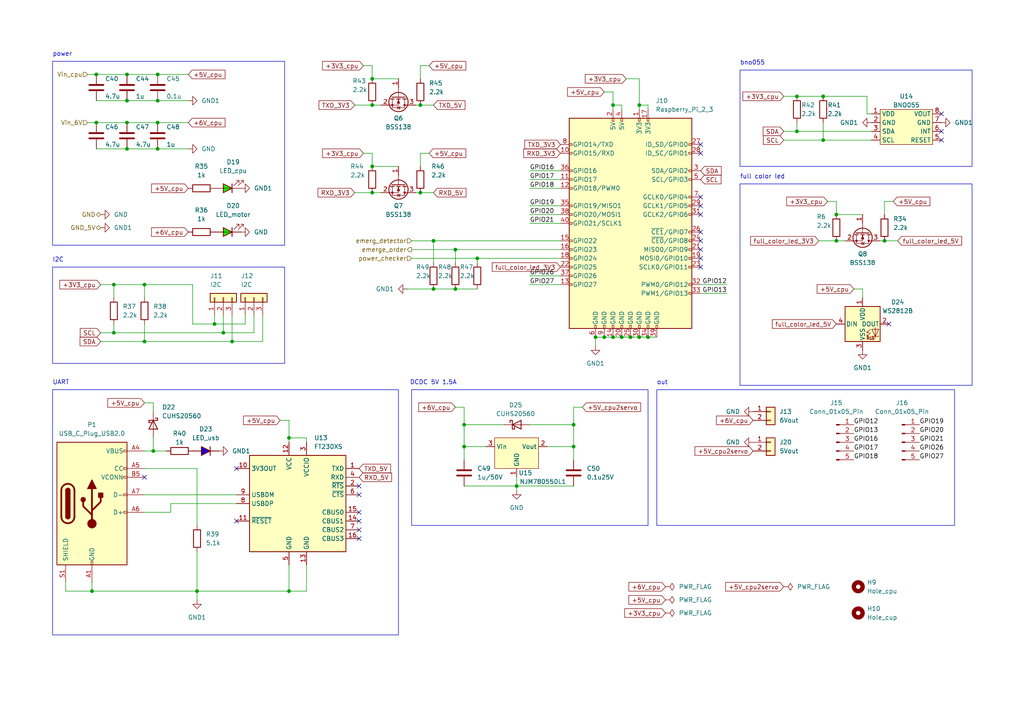
<source format=kicad_sch>
(kicad_sch (version 20230121) (generator eeschema)
  (paper "A4")
  (lib_symbols
    (symbol "Connector:Conn_01x05_Pin" (pin_names (offset 1.016) hide)
      (property "Reference" "J" (at 0 7.62 0))
      (property "Value" "Conn_01x05_Pin" (at 0 -7.62 0))
      (symbol "Conn_01x05_Pin_1_1"
        (pin passive line (at 5.08 5.08 180) (length 3.81) (name "Pin_1") (number "1"))
        (pin passive line (at 5.08 2.54 180) (length 3.81) (name "Pin_2") (number "2"))
        (pin passive line (at 5.08 0 180) (length 3.81) (name "Pin_3") (number "3"))
        (pin passive line (at 5.08 -2.54 180) (length 3.81) (name "Pin_4") (number "4"))
        (pin passive line (at 5.08 -5.08 180) (length 3.81) (name "Pin_5") (number "5"))
      )
    )
    (symbol "Connector:Raspberry_Pi_2_3" (pin_names (offset 1.016))
      (property "Reference" "J" (at -17.78 31.75 0))
      (property "Value" "Raspberry_Pi_2_3" (at 10.16 -31.75 0))
      (symbol "Raspberry_Pi_2_3_1_1"
        (pin power_in line (at 2.54 33.02 270) (length 2.54) (name "3V3") (number "1"))
        (pin bidirectional line (at -20.32 20.32 0) (length 2.54) (name "GPIO15/RXD") (number "10"))
        (pin bidirectional line (at -20.32 12.7 0) (length 2.54) (name "GPIO17") (number "11"))
        (pin bidirectional line (at -20.32 10.16 0) (length 2.54) (name "GPIO18/PWM0") (number "12"))
        (pin bidirectional line (at -20.32 -17.78 0) (length 2.54) (name "GPIO27") (number "13"))
        (pin power_in line (at -5.08 -33.02 90) (length 2.54) (name "GND") (number "14"))
        (pin bidirectional line (at -20.32 -5.08 0) (length 2.54) (name "GPIO22") (number "15"))
        (pin bidirectional line (at -20.32 -7.62 0) (length 2.54) (name "GPIO23") (number "16"))
        (pin power_in line (at 5.08 33.02 270) (length 2.54) (name "3V3") (number "17"))
        (pin bidirectional line (at -20.32 -10.16 0) (length 2.54) (name "GPIO24") (number "18"))
        (pin bidirectional line (at 20.32 -10.16 180) (length 2.54) (name "MOSI0/GPIO10") (number "19"))
        (pin power_in line (at -5.08 33.02 270) (length 2.54) (name "5V") (number "2"))
        (pin power_in line (at -2.54 -33.02 90) (length 2.54) (name "GND") (number "20"))
        (pin bidirectional line (at 20.32 -7.62 180) (length 2.54) (name "MISO0/GPIO9") (number "21"))
        (pin bidirectional line (at -20.32 -12.7 0) (length 2.54) (name "GPIO25") (number "22"))
        (pin bidirectional line (at 20.32 -12.7 180) (length 2.54) (name "SCLK0/GPIO11") (number "23"))
        (pin bidirectional line (at 20.32 -5.08 180) (length 2.54) (name "~{CE0}/GPIO8") (number "24"))
        (pin power_in line (at 0 -33.02 90) (length 2.54) (name "GND") (number "25"))
        (pin bidirectional line (at 20.32 -2.54 180) (length 2.54) (name "~{CE1}/GPIO7") (number "26"))
        (pin bidirectional line (at 20.32 22.86 180) (length 2.54) (name "ID_SD/GPIO0") (number "27"))
        (pin bidirectional line (at 20.32 20.32 180) (length 2.54) (name "ID_SC/GPIO1") (number "28"))
        (pin bidirectional line (at 20.32 5.08 180) (length 2.54) (name "GCLK1/GPIO5") (number "29"))
        (pin bidirectional line (at 20.32 15.24 180) (length 2.54) (name "SDA/GPIO2") (number "3"))
        (pin power_in line (at 2.54 -33.02 90) (length 2.54) (name "GND") (number "30"))
        (pin bidirectional line (at 20.32 2.54 180) (length 2.54) (name "GCLK2/GPIO6") (number "31"))
        (pin bidirectional line (at 20.32 -17.78 180) (length 2.54) (name "PWM0/GPIO12") (number "32"))
        (pin bidirectional line (at 20.32 -20.32 180) (length 2.54) (name "PWM1/GPIO13") (number "33"))
        (pin power_in line (at 5.08 -33.02 90) (length 2.54) (name "GND") (number "34"))
        (pin bidirectional line (at -20.32 5.08 0) (length 2.54) (name "GPIO19/MISO1") (number "35"))
        (pin bidirectional line (at -20.32 15.24 0) (length 2.54) (name "GPIO16") (number "36"))
        (pin bidirectional line (at -20.32 -15.24 0) (length 2.54) (name "GPIO26") (number "37"))
        (pin bidirectional line (at -20.32 2.54 0) (length 2.54) (name "GPIO20/MOSI1") (number "38"))
        (pin power_in line (at 7.62 -33.02 90) (length 2.54) (name "GND") (number "39"))
        (pin power_in line (at -2.54 33.02 270) (length 2.54) (name "5V") (number "4"))
        (pin bidirectional line (at -20.32 0 0) (length 2.54) (name "GPIO21/SCLK1") (number "40"))
        (pin bidirectional line (at 20.32 12.7 180) (length 2.54) (name "SCL/GPIO3") (number "5"))
        (pin power_in line (at -10.16 -33.02 90) (length 2.54) (name "GND") (number "6"))
        (pin bidirectional line (at 20.32 7.62 180) (length 2.54) (name "GCLK0/GPIO4") (number "7"))
        (pin bidirectional line (at -20.32 22.86 0) (length 2.54) (name "GPIO14/TXD") (number "8"))
        (pin power_in line (at -7.62 -33.02 90) (length 2.54) (name "GND") (number "9"))
      )
    )
    (symbol "Connector:USB_C_Plug_USB2.0" (pin_names (offset 1.016))
      (property "Reference" "P" (at -10.16 19.05 0))
      (property "Value" "USB_C_Plug_USB2.0" (at 12.7 19.05 0))
      (symbol "USB_C_Plug_USB2.0_1_1"
        (pin passive line (at 0 -22.86 90) (length 5.08) (name "GND") (number "A1"))
        (pin passive line (at 0 -22.86 90) (length 5.08) hide (name "GND") (number "A12"))
        (pin passive line (at 15.24 15.24 180) (length 5.08) (name "VBUS") (number "A4"))
        (pin bidirectional line (at 15.24 10.16 180) (length 5.08) (name "CC") (number "A5"))
        (pin bidirectional line (at 15.24 -2.54 180) (length 5.08) (name "D+") (number "A6"))
        (pin bidirectional line (at 15.24 2.54 180) (length 5.08) (name "D-") (number "A7"))
        (pin passive line (at 15.24 15.24 180) (length 5.08) hide (name "VBUS") (number "A9"))
        (pin passive line (at 0 -22.86 90) (length 5.08) hide (name "GND") (number "B1"))
        (pin passive line (at 0 -22.86 90) (length 5.08) hide (name "GND") (number "B12"))
        (pin passive line (at 15.24 15.24 180) (length 5.08) hide (name "VBUS") (number "B4"))
        (pin bidirectional line (at 15.24 7.62 180) (length 5.08) (name "VCONN") (number "B5"))
        (pin passive line (at 15.24 15.24 180) (length 5.08) hide (name "VBUS") (number "B9"))
        (pin passive line (at -7.62 -22.86 90) (length 5.08) (name "SHIELD") (number "S1"))
      )
    )
    (symbol "Connector_Generic:Conn_01x02" (pin_names (offset 1.016) hide)
      (property "Reference" "J" (at 0 2.54 0))
      (property "Value" "Conn_01x02" (at 0 -5.08 0))
      (symbol "Conn_01x02_1_1"
        (pin passive line (at -5.08 0 0) (length 3.81) (name "Pin_1") (number "1"))
        (pin passive line (at -5.08 -2.54 0) (length 3.81) (name "Pin_2") (number "2"))
      )
    )
    (symbol "Connector_Generic:Conn_01x03" (pin_names (offset 1.016) hide)
      (property "Reference" "J" (at 0 5.08 0))
      (property "Value" "Conn_01x03" (at 0 -5.08 0))
      (symbol "Conn_01x03_1_1"
        (pin passive line (at -5.08 2.54 0) (length 3.81) (name "Pin_1") (number "1"))
        (pin passive line (at -5.08 0 0) (length 3.81) (name "Pin_2") (number "2"))
        (pin passive line (at -5.08 -2.54 0) (length 3.81) (name "Pin_3") (number "3"))
      )
    )
    (symbol "Device:C" (pin_numbers hide) (pin_names (offset 0.254))
      (property "Reference" "C" (at 0.635 2.54 0))
      (property "Value" "C" (at 0.635 -2.54 0))
      (symbol "C_1_1"
        (pin passive line (at 0 3.81 270) (length 2.794) (name "~") (number "1"))
        (pin passive line (at 0 -3.81 90) (length 2.794) (name "~") (number "2"))
      )
    )
    (symbol "Device:D_Filled" (pin_numbers hide) (pin_names (offset 1.016) hide)
      (property "Reference" "D23" (at 0 -6.35 0))
      (property "Value" "D_usb" (at 0 -3.81 0))
      (symbol "D_Filled_1_1"
        (pin passive line (at -3.81 0 0) (length 2.54) (name "K") (number "1"))
        (pin passive line (at 3.81 0 180) (length 2.54) (name "A") (number "2"))
      )
    )
    (symbol "Device:D_Schottky" (pin_numbers hide) (pin_names (offset 1.016) hide)
      (property "Reference" "D" (at 0 2.54 0))
      (property "Value" "D_Schottky" (at 0 -2.54 0))
      (symbol "D_Schottky_1_1"
        (pin passive line (at -3.81 0 0) (length 2.54) (name "K") (number "1"))
        (pin passive line (at 3.81 0 180) (length 2.54) (name "A") (number "2"))
      )
    )
    (symbol "Device:LED_Filled" (pin_numbers hide) (pin_names (offset 1.016) hide)
      (property "Reference" "D19" (at -1.5875 -7.62 0))
      (property "Value" "LED_CPU" (at -1.5875 -5.08 0))
      (symbol "LED_Filled_1_1"
        (pin passive line (at -3.81 0 0) (length 2.54) (name "K") (number "1"))
        (pin passive line (at 3.81 0 180) (length 2.54) (name "A") (number "2"))
      )
    )
    (symbol "Device:R" (pin_numbers hide) (pin_names (offset 0))
      (property "Reference" "R" (at 2.032 0 90))
      (property "Value" "R" (at 0 0 90))
      (symbol "R_1_1"
        (pin passive line (at 0 3.81 270) (length 1.27) (name "~") (number "1"))
        (pin passive line (at 0 -3.81 90) (length 1.27) (name "~") (number "2"))
      )
    )
    (symbol "Interface_USB:FT230XS"
      (property "Reference" "U" (at -13.97 15.24 0))
      (property "Value" "FT230XS" (at 7.62 15.24 0))
      (symbol "FT230XS_1_1"
        (pin output line (at 17.78 10.16 180) (length 3.81) (name "TXD") (number "1"))
        (pin power_out line (at -17.78 10.16 0) (length 3.81) (name "3V3OUT") (number "10"))
        (pin input line (at -17.78 -5.08 0) (length 3.81) (name "~{RESET}") (number "11"))
        (pin power_in line (at -2.54 17.78 270) (length 3.81) (name "VCC") (number "12"))
        (pin power_in line (at 2.54 -17.78 90) (length 3.81) (name "GND") (number "13"))
        (pin bidirectional line (at 17.78 -5.08 180) (length 3.81) (name "CBUS1") (number "14"))
        (pin bidirectional line (at 17.78 -2.54 180) (length 3.81) (name "CBUS0") (number "15"))
        (pin bidirectional line (at 17.78 -10.16 180) (length 3.81) (name "CBUS3") (number "16"))
        (pin output line (at 17.78 5.08 180) (length 3.81) (name "~{RTS}") (number "2"))
        (pin power_in line (at 2.54 17.78 270) (length 3.81) (name "VCCIO") (number "3"))
        (pin input line (at 17.78 7.62 180) (length 3.81) (name "RXD") (number "4"))
        (pin power_in line (at -2.54 -17.78 90) (length 3.81) (name "GND") (number "5"))
        (pin input line (at 17.78 2.54 180) (length 3.81) (name "~{CTS}") (number "6"))
        (pin bidirectional line (at 17.78 -7.62 180) (length 3.81) (name "CBUS2") (number "7"))
        (pin bidirectional line (at -17.78 0 0) (length 3.81) (name "USBDP") (number "8"))
        (pin bidirectional line (at -17.78 2.54 0) (length 3.81) (name "USBDM") (number "9"))
      )
    )
    (symbol "LED:WS2812B" (pin_names (offset 0.254))
      (property "Reference" "D" (at 5.08 5.715 0))
      (property "Value" "WS2812B" (at 1.27 -5.715 0))
      (symbol "WS2812B_0_0"
        (text "RGB" (at 2.286 -4.191 0) (effects (font (size 0.762 0.762))))
      )
      (symbol "WS2812B_1_1"
        (pin power_in line (at 0 7.62 270) (length 2.54) (name "VDD") (number "1"))
        (pin output line (at 7.62 0 180) (length 2.54) (name "DOUT") (number "2"))
        (pin power_in line (at 0 -7.62 90) (length 2.54) (name "VSS") (number "3"))
        (pin input line (at -7.62 0 0) (length 2.54) (name "DIN") (number "4"))
      )
    )
    (symbol "Mechanical:MountingHole" (pin_names (offset 1.016))
      (property "Reference" "H" (at 0 5.08 0))
      (property "Value" "MountingHole" (at 0 3.175 0))
    )
    (symbol "Transistor_FET:BSS138" (pin_names hide)
      (property "Reference" "Q" (at 5.08 1.905 0))
      (property "Value" "BSS138" (at 5.08 0 0))
      (symbol "BSS138_1_1"
        (pin input line (at -5.08 0 0) (length 2.54) (name "G") (number "1"))
        (pin passive line (at 2.54 -5.08 90) (length 2.54) (name "S") (number "2"))
        (pin passive line (at 2.54 5.08 270) (length 2.54) (name "D") (number "3"))
      )
    )
    (symbol "mylib:BNO055"
      (property "Reference" "U" (at 0 7.62 0))
      (symbol "BNO055_1_1"
        (pin input line (at -10.16 3.81 0) (length 2.54) (name "VDD") (number "1"))
        (pin input line (at -10.16 1.27 0) (length 2.54) (name "GND") (number "2"))
        (pin input line (at -10.16 -1.27 0) (length 2.54) (name "SDA") (number "3"))
        (pin input line (at -10.16 -3.81 0) (length 2.54) (name "SCL") (number "4"))
        (pin input line (at 10.16 -3.81 180) (length 2.54) (name "RESET") (number "5"))
        (pin input line (at 10.16 -1.27 180) (length 2.54) (name "INT") (number "6"))
        (pin input line (at 10.16 1.27 180) (length 2.54) (name "GND") (number "7"))
        (pin input line (at 10.16 3.81 180) (length 2.54) (name "VOUT") (number "8"))
      )
    )
    (symbol "mylib:NJM7805SDL1"
      (property "Reference" "U" (at 0 6.35 0))
      (symbol "NJM7805SDL1_1_1"
        (pin passive line (at 0 -8.89 90) (length 2.54) (name "GND") (number "1"))
        (pin passive line (at 8.89 0 180) (length 2.54) (name "Vout") (number "2"))
        (pin passive line (at -8.89 0 0) (length 2.54) (name "Vin") (number "3"))
      )
    )
    (symbol "power:GND" (power) (pin_names (offset 0))
      (property "Value" "GND" (at 0 -3.81 0))
      (symbol "GND_1_1"
        (pin power_in line (at 0 0 270) (length 0) hide (name "GND") (number "1"))
      )
    )
    (symbol "power:GND1" (power) (pin_names (offset 0))
      (property "Value" "GND1" (at 0 -3.81 0))
      (symbol "GND1_1_1"
        (pin power_in line (at 0 0 270) (length 0) hide (name "GND1") (number "1"))
      )
    )
    (symbol "power:PWR_FLAG" (power) (pin_numbers hide) (pin_names (offset 0) hide)
      (property "Value" "PWR_FLAG" (at 0 3.81 0))
      (symbol "PWR_FLAG_0_0"
        (pin power_out line (at 0 0 90) (length 0) (name "pwr") (number "1"))
      )
    )
  )
  (junction (at 125.73 83.82))
  (junction (at 187.96 97.79))
  (junction (at 132.08 83.82))
  (junction (at 41.91 82.55))
  (junction (at 256.54 69.85))
  (junction (at 41.91 99.06))
  (junction (at 45.72 21.59))
  (junction (at 44.45 130.81))
  (junction (at 45.72 29.21))
  (junction (at 36.83 35.56))
  (junction (at 107.95 22.86))
  (junction (at 231.14 27.94))
  (junction (at 177.8 30.48))
  (junction (at 132.08 72.39))
  (junction (at 231.14 38.1))
  (junction (at 177.8 97.79))
  (junction (at 64.77 96.52))
  (junction (at 182.88 97.79))
  (junction (at 180.34 97.79))
  (junction (at 166.37 129.54))
  (junction (at 45.72 43.18))
  (junction (at 26.67 171.45))
  (junction (at 36.83 43.18))
  (junction (at 67.31 99.06))
  (junction (at 27.94 35.56))
  (junction (at 121.92 55.88))
  (junction (at 36.83 29.21))
  (junction (at 36.83 21.59))
  (junction (at 138.43 74.93))
  (junction (at 83.82 171.45))
  (junction (at 242.57 62.23))
  (junction (at 185.42 97.79))
  (junction (at 57.15 171.45))
  (junction (at 33.02 82.55))
  (junction (at 83.82 127))
  (junction (at 242.57 69.85))
  (junction (at 107.95 30.48))
  (junction (at 238.76 27.94))
  (junction (at 185.42 30.48))
  (junction (at 107.95 55.88))
  (junction (at 107.95 48.26))
  (junction (at 238.76 40.64))
  (junction (at 121.92 30.48))
  (junction (at 166.37 123.19))
  (junction (at 125.73 69.85))
  (junction (at 134.62 123.19))
  (junction (at 175.26 97.79))
  (junction (at 149.86 140.97))
  (junction (at 134.62 129.54))
  (junction (at 33.02 96.52))
  (junction (at 172.72 97.79))
  (junction (at 27.94 21.59))
  (junction (at 45.72 35.56))
  (junction (at 62.23 93.98))
  (no_connect (at 104.14 143.51))
  (no_connect (at 41.91 138.43))
  (no_connect (at 273.05 33.02))
  (no_connect (at 104.14 153.67))
  (no_connect (at 273.05 40.64))
  (no_connect (at 203.2 69.85))
  (no_connect (at 257.81 93.98))
  (no_connect (at 104.14 151.13))
  (no_connect (at 203.2 72.39))
  (no_connect (at 203.2 41.91))
  (no_connect (at 273.05 38.1))
  (no_connect (at 104.14 148.59))
  (no_connect (at 104.14 140.97))
  (no_connect (at 203.2 57.15))
  (no_connect (at 203.2 77.47))
  (no_connect (at 104.14 156.21))
  (no_connect (at 203.2 44.45))
  (no_connect (at 68.58 151.13))
  (no_connect (at 203.2 67.31))
  (no_connect (at 203.2 62.23))
  (no_connect (at 68.58 135.89))
  (no_connect (at 203.2 74.93))
  (no_connect (at 203.2 59.69))
  (wire (pts (xy 132.08 72.39) (xy 132.08 76.2)))
  (wire (pts (xy 231.14 35.56) (xy 231.14 38.1)))
  (wire (pts (xy 33.02 82.55) (xy 41.91 82.55)))
  (wire (pts (xy 256.54 58.42) (xy 256.54 62.23)))
  (wire (pts (xy 187.96 97.79) (xy 185.42 97.79)))
  (wire (pts (xy 44.45 127) (xy 44.45 130.81)))
  (wire (pts (xy 83.82 163.83) (xy 83.82 171.45)))
  (wire (pts (xy 120.65 55.88) (xy 121.92 55.88)))
  (wire (pts (xy 27.94 35.56) (xy 36.83 35.56)))
  (wire (pts (xy 185.42 30.48) (xy 185.42 31.75)))
  (wire (pts (xy 166.37 123.19) (xy 166.37 129.54)))
  (wire (pts (xy 180.34 31.75) (xy 180.34 30.48)))
  (wire (pts (xy 238.76 35.56) (xy 238.76 40.64)))
  (wire (pts (xy 105.41 19.05) (xy 107.95 19.05)))
  (wire (pts (xy 242.57 58.42) (xy 242.57 62.23)))
  (wire (pts (xy 172.72 97.79) (xy 175.26 97.79)))
  (wire (pts (xy 41.91 148.59) (xy 49.53 148.59)))
  (wire (pts (xy 107.95 44.45) (xy 107.95 48.26)))
  (wire (pts (xy 41.91 130.81) (xy 44.45 130.81)))
  (wire (pts (xy 36.83 21.59) (xy 45.72 21.59)))
  (wire (pts (xy 177.8 30.48) (xy 177.8 31.75)))
  (wire (pts (xy 36.83 35.56) (xy 45.72 35.56)))
  (wire (pts (xy 153.67 62.23) (xy 162.56 62.23)))
  (wire (pts (xy 134.62 118.11) (xy 134.62 123.19)))
  (wire (pts (xy 134.62 123.19) (xy 146.05 123.19)))
  (wire (pts (xy 27.94 29.21) (xy 36.83 29.21)))
  (wire (pts (xy 256.54 69.85) (xy 260.35 69.85)))
  (wire (pts (xy 29.21 96.52) (xy 33.02 96.52)))
  (wire (pts (xy 19.05 171.45) (xy 26.67 171.45)))
  (wire (pts (xy 45.72 21.59) (xy 54.61 21.59)))
  (wire (pts (xy 25.4 21.59) (xy 27.94 21.59)))
  (wire (pts (xy 33.02 96.52) (xy 64.77 96.52)))
  (wire (pts (xy 62.23 91.44) (xy 62.23 93.98)))
  (wire (pts (xy 44.45 116.84) (xy 44.45 119.38)))
  (wire (pts (xy 203.2 85.09) (xy 210.82 85.09)))
  (wire (pts (xy 251.46 27.94) (xy 251.46 33.02)))
  (wire (pts (xy 27.94 21.59) (xy 36.83 21.59)))
  (wire (pts (xy 41.91 143.51) (xy 68.58 143.51)))
  (wire (pts (xy 227.33 40.64) (xy 238.76 40.64)))
  (wire (pts (xy 57.15 171.45) (xy 57.15 173.99)))
  (wire (pts (xy 83.82 127) (xy 83.82 128.27)))
  (wire (pts (xy 88.9 127) (xy 83.82 127)))
  (wire (pts (xy 175.26 26.67) (xy 177.8 26.67)))
  (wire (pts (xy 25.4 35.56) (xy 27.94 35.56)))
  (wire (pts (xy 27.94 43.18) (xy 36.83 43.18)))
  (wire (pts (xy 138.43 74.93) (xy 162.56 74.93)))
  (wire (pts (xy 166.37 118.11) (xy 166.37 123.19)))
  (wire (pts (xy 44.45 130.81) (xy 48.26 130.81)))
  (wire (pts (xy 73.66 96.52) (xy 73.66 91.44)))
  (wire (pts (xy 134.62 140.97) (xy 149.86 140.97)))
  (wire (pts (xy 45.72 35.56) (xy 54.61 35.56)))
  (wire (pts (xy 102.87 55.88) (xy 107.95 55.88)))
  (wire (pts (xy 88.9 171.45) (xy 83.82 171.45)))
  (wire (pts (xy 88.9 128.27) (xy 88.9 127)))
  (wire (pts (xy 134.62 129.54) (xy 134.62 133.35)))
  (wire (pts (xy 57.15 135.89) (xy 57.15 152.4)))
  (wire (pts (xy 64.77 91.44) (xy 64.77 96.52)))
  (wire (pts (xy 240.03 58.42) (xy 242.57 58.42)))
  (wire (pts (xy 134.62 123.19) (xy 134.62 129.54)))
  (wire (pts (xy 121.92 44.45) (xy 124.46 44.45)))
  (wire (pts (xy 125.73 69.85) (xy 125.73 76.2)))
  (wire (pts (xy 187.96 30.48) (xy 185.42 30.48)))
  (wire (pts (xy 166.37 129.54) (xy 166.37 133.35)))
  (wire (pts (xy 67.31 99.06) (xy 76.2 99.06)))
  (wire (pts (xy 105.41 44.45) (xy 107.95 44.45)))
  (wire (pts (xy 45.72 43.18) (xy 54.61 43.18)))
  (wire (pts (xy 33.02 93.98) (xy 33.02 96.52)))
  (wire (pts (xy 256.54 58.42) (xy 259.08 58.42)))
  (wire (pts (xy 153.67 80.01) (xy 162.56 80.01)))
  (wire (pts (xy 172.72 97.79) (xy 172.72 100.33)))
  (wire (pts (xy 83.82 121.92) (xy 81.28 121.92)))
  (wire (pts (xy 238.76 27.94) (xy 251.46 27.94)))
  (wire (pts (xy 182.88 97.79) (xy 180.34 97.79)))
  (wire (pts (xy 119.38 69.85) (xy 125.73 69.85)))
  (wire (pts (xy 153.67 59.69) (xy 162.56 59.69)))
  (wire (pts (xy 227.33 38.1) (xy 231.14 38.1)))
  (wire (pts (xy 185.42 22.86) (xy 185.42 30.48)))
  (wire (pts (xy 49.53 148.59) (xy 49.53 146.05)))
  (wire (pts (xy 71.12 93.98) (xy 71.12 91.44)))
  (wire (pts (xy 107.95 48.26) (xy 115.57 48.26)))
  (wire (pts (xy 67.31 91.44) (xy 67.31 99.06)))
  (wire (pts (xy 153.67 82.55) (xy 162.56 82.55)))
  (wire (pts (xy 185.42 97.79) (xy 182.88 97.79)))
  (wire (pts (xy 26.67 171.45) (xy 57.15 171.45)))
  (wire (pts (xy 121.92 19.05) (xy 124.46 19.05)))
  (wire (pts (xy 138.43 74.93) (xy 138.43 76.2)))
  (wire (pts (xy 153.67 123.19) (xy 166.37 123.19)))
  (wire (pts (xy 19.05 168.91) (xy 19.05 171.45)))
  (wire (pts (xy 250.19 83.82) (xy 250.19 86.36)))
  (wire (pts (xy 62.23 93.98) (xy 71.12 93.98)))
  (wire (pts (xy 166.37 118.11) (xy 168.91 118.11)))
  (wire (pts (xy 121.92 44.45) (xy 121.92 48.26)))
  (wire (pts (xy 26.67 168.91) (xy 26.67 171.45)))
  (wire (pts (xy 125.73 83.82) (xy 132.08 83.82)))
  (wire (pts (xy 29.21 82.55) (xy 33.02 82.55)))
  (wire (pts (xy 242.57 62.23) (xy 250.19 62.23)))
  (wire (pts (xy 49.53 146.05) (xy 68.58 146.05)))
  (wire (pts (xy 118.11 83.82) (xy 125.73 83.82)))
  (wire (pts (xy 180.34 30.48) (xy 177.8 30.48)))
  (wire (pts (xy 153.67 52.07) (xy 162.56 52.07)))
  (wire (pts (xy 107.95 19.05) (xy 107.95 22.86)))
  (wire (pts (xy 107.95 55.88) (xy 110.49 55.88)))
  (wire (pts (xy 132.08 72.39) (xy 162.56 72.39)))
  (wire (pts (xy 231.14 38.1) (xy 252.73 38.1)))
  (wire (pts (xy 134.62 129.54) (xy 140.97 129.54)))
  (wire (pts (xy 149.86 140.97) (xy 166.37 140.97)))
  (wire (pts (xy 55.88 93.98) (xy 62.23 93.98)))
  (wire (pts (xy 88.9 163.83) (xy 88.9 171.45)))
  (wire (pts (xy 121.92 19.05) (xy 121.92 22.86)))
  (wire (pts (xy 64.77 96.52) (xy 73.66 96.52)))
  (wire (pts (xy 33.02 82.55) (xy 33.02 86.36)))
  (wire (pts (xy 83.82 171.45) (xy 57.15 171.45)))
  (wire (pts (xy 121.92 30.48) (xy 125.73 30.48)))
  (wire (pts (xy 132.08 83.82) (xy 138.43 83.82)))
  (wire (pts (xy 41.91 135.89) (xy 57.15 135.89)))
  (wire (pts (xy 177.8 97.79) (xy 175.26 97.79)))
  (wire (pts (xy 36.83 43.18) (xy 45.72 43.18)))
  (wire (pts (xy 242.57 69.85) (xy 245.11 69.85)))
  (wire (pts (xy 55.88 82.55) (xy 55.88 93.98)))
  (wire (pts (xy 190.5 97.79) (xy 187.96 97.79)))
  (wire (pts (xy 238.76 40.64) (xy 252.73 40.64)))
  (wire (pts (xy 41.91 99.06) (xy 67.31 99.06)))
  (wire (pts (xy 180.34 97.79) (xy 177.8 97.79)))
  (wire (pts (xy 125.73 69.85) (xy 162.56 69.85)))
  (wire (pts (xy 41.91 116.84) (xy 44.45 116.84)))
  (wire (pts (xy 227.33 27.94) (xy 231.14 27.94)))
  (wire (pts (xy 177.8 26.67) (xy 177.8 30.48)))
  (wire (pts (xy 149.86 138.43) (xy 149.86 140.97)))
  (wire (pts (xy 120.65 30.48) (xy 121.92 30.48)))
  (wire (pts (xy 132.08 118.11) (xy 134.62 118.11)))
  (wire (pts (xy 57.15 160.02) (xy 57.15 171.45)))
  (wire (pts (xy 102.87 30.48) (xy 107.95 30.48)))
  (wire (pts (xy 41.91 93.98) (xy 41.91 99.06)))
  (wire (pts (xy 149.86 140.97) (xy 149.86 142.24)))
  (wire (pts (xy 153.67 54.61) (xy 162.56 54.61)))
  (wire (pts (xy 185.42 22.86) (xy 181.61 22.86)))
  (wire (pts (xy 203.2 82.55) (xy 210.82 82.55)))
  (wire (pts (xy 107.95 22.86) (xy 115.57 22.86)))
  (wire (pts (xy 119.38 72.39) (xy 132.08 72.39)))
  (wire (pts (xy 76.2 99.06) (xy 76.2 91.44)))
  (wire (pts (xy 36.83 29.21) (xy 45.72 29.21)))
  (wire (pts (xy 107.95 30.48) (xy 110.49 30.48)))
  (wire (pts (xy 158.75 129.54) (xy 166.37 129.54)))
  (wire (pts (xy 83.82 121.92) (xy 83.82 127)))
  (wire (pts (xy 119.38 74.93) (xy 138.43 74.93)))
  (wire (pts (xy 121.92 55.88) (xy 125.73 55.88)))
  (wire (pts (xy 231.14 27.94) (xy 238.76 27.94)))
  (wire (pts (xy 41.91 82.55) (xy 41.91 86.36)))
  (wire (pts (xy 29.21 99.06) (xy 41.91 99.06)))
  (wire (pts (xy 45.72 29.21) (xy 54.61 29.21)))
  (wire (pts (xy 247.65 83.82) (xy 250.19 83.82)))
  (wire (pts (xy 255.27 69.85) (xy 256.54 69.85)))
  (wire (pts (xy 251.46 33.02) (xy 252.73 33.02)))
  (wire (pts (xy 187.96 31.75) (xy 187.96 30.48)))
  (wire (pts (xy 41.91 82.55) (xy 55.88 82.55)))
  (wire (pts (xy 153.67 64.77) (xy 162.56 64.77)))
  (wire (pts (xy 153.67 49.53) (xy 162.56 49.53)))
  (wire (pts (xy 237.49 69.85) (xy 242.57 69.85)))
  (rectangle (start 214.63 20.32) (end 281.94 48.26))
  (rectangle (start 15.24 17.78) (end 82.55 71.12))
  (rectangle (start 214.63 53.34) (end 281.94 111.76))
  (rectangle (start 15.24 113.03) (end 115.57 184.15))
  (rectangle (start 190.5 113.03) (end 276.86 152.4))
  (rectangle (start 15.24 77.47) (end 82.55 105.41))
  (rectangle (start 119.38 113.03) (end 187.96 152.4))
  (text "bno055\n" (at 214.63 19.05 0) (effects (font (size 1.27 1.27)) (justify left bottom)))
  (text "UART" (at 15.24 111.76 0) (effects (font (size 1.27 1.27)) (justify left bottom)))
  (text "power" (at 15.24 16.51 0) (effects (font (size 1.27 1.27)) (justify left bottom)))
  (text "DCDC 5V 1.5A" (at 118.872 111.76 0) (effects (font (size 1.27 1.27)) (justify left bottom)))
  (text "out\n" (at 190.5 111.76 0) (effects (font (size 1.27 1.27)) (justify left bottom)))
  (text "full color led\n" (at 214.63 52.07 0) (effects (font (size 1.27 1.27)) (justify left bottom)))
  (text "I2C\n" (at 15.24 76.2 0) (effects (font (size 1.27 1.27)) (justify left bottom)))
  (label "GPIO17" (at 247.65 130.81 0))
  (label "GPIO13" (at 247.65 125.73 0))
  (label "GPIO18" (at 153.67 54.61 0))
  (label "GPIO20" (at 266.7 125.73 0))
  (label "GPIO12" (at 210.82 82.55 180))
  (label "GPIO21" (at 266.7 128.27 0))
  (label "GPIO21" (at 153.67 64.77 0))
  (label "GPIO12" (at 247.65 123.19 0))
  (label "GPIO18" (at 247.65 133.35 0))
  (label "GPIO19" (at 153.67 59.69 0))
  (label "GPIO16" (at 247.65 128.27 0))
  (label "GPIO20" (at 153.67 62.23 0))
  (label "GPIO17" (at 153.67 52.07 0))
  (label "GPIO27" (at 266.7 133.35 0))
  (label "GPIO26" (at 153.67 80.01 0))
  (label "GPIO26" (at 266.7 130.81 0))
  (label "GPIO19" (at 266.7 123.19 0))
  (label "GPIO16" (at 153.67 49.53 0))
  (label "GPIO13" (at 210.82 85.09 180))
  (label "GPIO27" (at 153.67 82.55 0))
  (global_label "+3V3_cpu" (shape input) (at 193.04 177.8 180) (property "Intersheetrefs" "${INTERSHEET_REFS}" (effects hide)))
  (global_label "+5V_cpu" (shape input) (at 124.46 44.45 0) (property "Intersheetrefs" "${INTERSHEET_REFS}" (effects hide)))
  (global_label "RXD_5V" (shape input) (at 104.14 138.43 0) (property "Intersheetrefs" "${INTERSHEET_REFS}" (effects hide)))
  (global_label "+5V_cpu" (shape input) (at 54.61 21.59 0) (property "Intersheetrefs" "${INTERSHEET_REFS}" (effects hide)))
  (global_label "+5V_cpu" (shape input) (at 81.28 121.92 180) (property "Intersheetrefs" "${INTERSHEET_REFS}" (effects hide)))
  (global_label "TXD_5V" (shape input) (at 104.14 135.89 0) (property "Intersheetrefs" "${INTERSHEET_REFS}" (effects hide)))
  (global_label "+3V3_cpu" (shape input) (at 240.03 58.42 180) (property "Intersheetrefs" "${INTERSHEET_REFS}" (effects hide)))
  (global_label "+5V_cpu" (shape input) (at 259.08 58.42 0) (property "Intersheetrefs" "${INTERSHEET_REFS}" (effects hide)))
  (global_label "+3V3_cpu" (shape input) (at 181.61 22.86 180) (property "Intersheetrefs" "${INTERSHEET_REFS}" (effects hide)))
  (global_label "TXD_3V3" (shape input) (at 162.56 41.91 180) (property "Intersheetrefs" "${INTERSHEET_REFS}" (effects hide)))
  (global_label "SCL" (shape input) (at 203.2 52.07 0) (property "Intersheetrefs" "${INTERSHEET_REFS}" (effects hide)))
  (global_label "TXD_3V3" (shape input) (at 102.87 30.48 180) (property "Intersheetrefs" "${INTERSHEET_REFS}" (effects hide)))
  (global_label "full_color_led_5V" (shape input) (at 260.35 69.85 0) (property "Intersheetrefs" "${INTERSHEET_REFS}" (effects hide)))
  (global_label "+6V_cpu" (shape input) (at 54.61 35.56 0) (property "Intersheetrefs" "${INTERSHEET_REFS}" (effects hide)))
  (global_label "SCL" (shape input) (at 227.33 40.64 180) (property "Intersheetrefs" "${INTERSHEET_REFS}" (effects hide)))
  (global_label "+6V_cpu" (shape input) (at 218.44 121.92 180) (property "Intersheetrefs" "${INTERSHEET_REFS}" (effects hide)))
  (global_label "+3V3_cpu" (shape input) (at 105.41 19.05 180) (property "Intersheetrefs" "${INTERSHEET_REFS}" (effects hide)))
  (global_label "+5V_cpu" (shape input) (at 247.65 83.82 180) (property "Intersheetrefs" "${INTERSHEET_REFS}" (effects hide)))
  (global_label "+6V_cpu" (shape input) (at 132.08 118.11 180) (property "Intersheetrefs" "${INTERSHEET_REFS}" (effects hide)))
  (global_label "+3V3_cpu" (shape input) (at 227.33 27.94 180) (property "Intersheetrefs" "${INTERSHEET_REFS}" (effects hide)))
  (global_label "+6V_cpu" (shape input) (at 54.61 67.31 180) (property "Intersheetrefs" "${INTERSHEET_REFS}" (effects hide)))
  (global_label "+5V_cpu2servo" (shape input) (at 227.33 170.18 180) (property "Intersheetrefs" "${INTERSHEET_REFS}" (effects hide)))
  (global_label "TXD_5V" (shape input) (at 125.73 30.48 0) (property "Intersheetrefs" "${INTERSHEET_REFS}" (effects hide)))
  (global_label "full_color_led_3V3" (shape input) (at 237.49 69.85 180) (property "Intersheetrefs" "${INTERSHEET_REFS}" (effects hide)))
  (global_label "SCL" (shape input) (at 29.21 96.52 180) (property "Intersheetrefs" "${INTERSHEET_REFS}" (effects hide)))
  (global_label "+6V_cpu" (shape input) (at 193.04 170.18 180) (property "Intersheetrefs" "${INTERSHEET_REFS}" (effects hide)))
  (global_label "SDA" (shape input) (at 227.33 38.1 180) (property "Intersheetrefs" "${INTERSHEET_REFS}" (effects hide)))
  (global_label "RXD_3V3" (shape input) (at 102.87 55.88 180) (property "Intersheetrefs" "${INTERSHEET_REFS}" (effects hide)))
  (global_label "+5V_cpu" (shape input) (at 124.46 19.05 0) (property "Intersheetrefs" "${INTERSHEET_REFS}" (effects hide)))
  (global_label "full_color_led_5V" (shape input) (at 242.57 93.98 180) (property "Intersheetrefs" "${INTERSHEET_REFS}" (effects hide)))
  (global_label "RXD_5V" (shape input) (at 125.73 55.88 0) (property "Intersheetrefs" "${INTERSHEET_REFS}" (effects hide)))
  (global_label "full_color_led_3V3" (shape input) (at 162.56 77.47 180) (property "Intersheetrefs" "${INTERSHEET_REFS}" (effects hide)))
  (global_label "+3V3_cpu" (shape input) (at 29.21 82.55 180) (property "Intersheetrefs" "${INTERSHEET_REFS}" (effects hide)))
  (global_label "+3V3_cpu" (shape input) (at 105.41 44.45 180) (property "Intersheetrefs" "${INTERSHEET_REFS}" (effects hide)))
  (global_label "SDA" (shape input) (at 29.21 99.06 180) (property "Intersheetrefs" "${INTERSHEET_REFS}" (effects hide)))
  (global_label "+5V_cpu" (shape input) (at 175.26 26.67 180) (property "Intersheetrefs" "${INTERSHEET_REFS}" (effects hide)))
  (global_label "SDA" (shape input) (at 203.2 49.53 0) (property "Intersheetrefs" "${INTERSHEET_REFS}" (effects hide)))
  (global_label "+5V_cpu" (shape input) (at 54.61 54.61 180) (property "Intersheetrefs" "${INTERSHEET_REFS}" (effects hide)))
  (global_label "+5V_cpu2servo" (shape input) (at 218.44 130.81 180) (property "Intersheetrefs" "${INTERSHEET_REFS}" (effects hide)))
  (global_label "+5V_cpu" (shape input) (at 193.04 173.99 180) (property "Intersheetrefs" "${INTERSHEET_REFS}" (effects hide)))
  (global_label "RXD_3V3" (shape input) (at 162.56 44.45 180) (property "Intersheetrefs" "${INTERSHEET_REFS}" (effects hide)))
  (global_label "+5V_cpu2servo" (shape input) (at 168.91 118.11 0) (property "Intersheetrefs" "${INTERSHEET_REFS}" (effects hide)))
  (global_label "+5V_cpu" (shape input) (at 41.91 116.84 180) (property "Intersheetrefs" "${INTERSHEET_REFS}" (effects hide)))
  (hierarchical_label "emerge_order" (shape output) (at 119.38 72.39 180))
  (hierarchical_label "Vin_6V" (shape input) (at 25.4 35.56 180))
  (hierarchical_label "emerg_detector" (shape input) (at 119.38 69.85 180))
  (hierarchical_label "GND_5V" (shape bidirectional) (at 29.21 66.04 180))
  (hierarchical_label "Vin_cpu" (shape input) (at 25.4 21.59 180))
  (hierarchical_label "GND" (shape bidirectional) (at 29.21 62.23 180))
  (hierarchical_label "power_checker" (shape input) (at 119.38 74.93 180))
  (symbol (lib_id "Device:R") (at 256.54 66.04 0) (unit 1)
    (property "Reference" "R34" (at 259.08 63.5 0) (effects (justify left)))
    (property "Value" "2.2k" (at 259.08 66.04 0) (effects (justify left)))
    (property "Footprint" "Resistor_SMD:R_0603_1608Metric_Pad0.98x0.95mm_HandSolder" (effects hide))
  )
  (symbol (lib_id "Device:R") (at 231.14 31.75 0) (unit 1)
    (property "Reference" "R42" (at 232.41 30.48 0) (effects (justify left)))
    (property "Value" "2.2k" (at 232.41 33.02 0) (effects (justify left)))
    (property "Footprint" "Resistor_SMD:R_0603_1608Metric_Pad0.98x0.95mm_HandSolder" (effects hide))
  )
  (symbol (lib_id "Device:R") (at 52.07 130.81 90) (unit 1)
    (property "Reference" "R40" (at 52.07 125.73 90))
    (property "Value" "1k" (at 52.07 128.27 90))
    (property "Footprint" "Resistor_SMD:R_0603_1608Metric_Pad0.98x0.95mm_HandSolder" (effects hide))
  )
  (symbol (lib_id "power:GND1") (at 57.15 173.99 0) (unit 1)
    (property "Reference" "#PWR020" (effects hide))
    (property "Value" "GND1" (at 57.15 179.07 0))
  )
  (symbol (lib_id "power:GND1") (at 250.19 101.6 0) (unit 1)
    (property "Reference" "#PWR025" (effects hide))
    (property "Value" "GND1" (at 250.19 106.68 0))
  )
  (symbol (lib_id "power:GND") (at 149.86 142.24 0) (unit 1)
    (property "Reference" "#PWR097" (effects hide))
    (property "Value" "GND" (at 149.86 147.2692 0))
  )
  (symbol (lib_id "power:GND1") (at 69.85 54.61 90) (unit 1)
    (property "Reference" "#PWR017" (effects hide))
    (property "Value" "GND1" (at 73.66 54.61 90) (effects (justify right)))
  )
  (symbol (lib_id "Device:C") (at 166.37 137.16 0) (unit 1)
    (property "Reference" "C50" (at 170.18 135.89 0) (effects (justify left)))
    (property "Value" "0.1u25V" (at 170.18 138.43 0) (effects (justify left)))
    (property "Footprint" "Capacitor_SMD:C_0603_1608Metric_Pad1.08x0.95mm_HandSolder" (effects hide))
  )
  (symbol (lib_id "Connector:Raspberry_Pi_2_3") (at 182.88 64.77 0) (unit 1)
    (property "Reference" "J10" (at 190.1541 29.21 0) (effects (justify left)))
    (property "Value" "Raspberry_Pi_2_3" (at 190.1541 31.75 0) (effects (justify left)))
    (property "Footprint" "cpu:raspberrypi_Zero_W_Vertical" (effects hide))
    (property "Datasheet" "https://www.raspberrypi.org/documentation/hardware/raspberrypi/schematics/rpi_SCH_3bplus_1p0_reduced.pdf" (effects hide))
  )
  (symbol (lib_id "Device:R") (at 57.15 156.21 180) (unit 1)
    (property "Reference" "R39" (at 59.69 154.94 0) (effects (justify right)))
    (property "Value" "5.1k" (at 59.69 157.48 0) (effects (justify right)))
    (property "Footprint" "Resistor_SMD:R_0603_1608Metric_Pad0.98x0.95mm_HandSolder" (effects hide))
  )
  (symbol (lib_id "Device:R") (at 107.95 52.07 0) (unit 1)
    (property "Reference" "R44" (at 101.6 48.26 0) (effects (justify left)))
    (property "Value" "2.2k" (at 101.6 50.8 0) (effects (justify left)))
    (property "Footprint" "Resistor_SMD:R_0603_1608Metric_Pad0.98x0.95mm_HandSolder" (effects hide))
  )
  (symbol (lib_id "power:GND") (at 69.85 67.31 90) (unit 1)
    (property "Reference" "#PWR079" (effects hide))
    (property "Value" "GND" (at 73.66 67.31 90) (effects (justify right)))
  )
  (symbol (lib_id "Device:D_Schottky") (at 149.86 123.19 0) (unit 1)
    (property "Reference" "D25" (at 149.5425 117.475 0))
    (property "Value" "CUHS20560" (at 149.5425 120.015 0))
    (property "Footprint" "Diode:Diode_US2H" (effects hide))
  )
  (symbol (lib_id "mylib:NJM7805SDL1") (at 149.86 129.54 0) (unit 1)
    (property "Reference" "U15" (at 152.4 137.16 0))
    (property "Value" "NJM78055DL1" (at 157.48 139.7 0))
    (property "Footprint" "Package_TO_SOT_SMD:TO-252-2" (effects hide))
  )
  (symbol (lib_id "Device:C") (at 36.83 39.37 0) (unit 1)
    (property "Reference" "C47" (at 39.37 36.83 0) (effects (justify left)))
    (property "Value" "4.7u" (at 39.37 41.91 0) (effects (justify left)))
    (property "Footprint" "Capacitor_SMD:C_0603_1608Metric_Pad1.08x0.95mm_HandSolder" (effects hide))
  )
  (symbol (lib_id "Device:R") (at 121.92 26.67 0) (unit 1)
    (property "Reference" "R45" (at 124.46 24.13 0) (effects (justify left)))
    (property "Value" "2.2k" (at 124.46 26.67 0) (effects (justify left)))
    (property "Footprint" "Resistor_SMD:R_0603_1608Metric_Pad0.98x0.95mm_HandSolder" (effects hide))
  )
  (symbol (lib_id "power:GND1") (at 252.73 35.56 270) (unit 1)
    (property "Reference" "#PWR04" (effects hide))
    (property "Value" "GND1" (at 248.92 35.56 90) (effects (justify right)))
  )
  (symbol (lib_id "power:GND1") (at 63.5 130.81 90) (unit 1)
    (property "Reference" "#PWR015" (effects hide))
    (property "Value" "GND1" (at 67.31 130.81 90) (effects (justify right)))
  )
  (symbol (lib_id "power:PWR_FLAG") (at 227.33 170.18 270) (unit 1)
    (property "Reference" "#FLG014" (effects hide))
    (property "Value" "PWR_FLAG" (at 231.14 170.18 90) (effects (justify left)))
  )
  (symbol (lib_id "Device:C") (at 45.72 39.37 0) (unit 1)
    (property "Reference" "C48" (at 48.26 36.83 0) (effects (justify left)))
    (property "Value" "1u" (at 48.26 41.91 0) (effects (justify left)))
    (property "Footprint" "Capacitor_SMD:C_0805_2012Metric_Pad1.18x1.45mm_HandSolder" (effects hide))
  )
  (symbol (lib_id "Connector_Generic:Conn_01x02") (at 223.52 128.27 0) (unit 1)
    (property "Reference" "J20" (at 226.06 128.27 0) (effects (justify left)))
    (property "Value" "5Vout" (at 226.06 130.81 0) (effects (justify left)))
    (property "Footprint" "Conn:power_pad" (effects hide))
  )
  (symbol (lib_id "Interface_USB:FT230XS") (at 86.36 146.05 0) (unit 1)
    (property "Reference" "U13" (at 91.0941 127 0) (effects (justify left)))
    (property "Value" "FT230XS" (at 91.0941 129.54 0) (effects (justify left)))
    (property "Footprint" "Package_SO:SSOP-16_3.9x4.9mm_P0.635mm" (effects hide))
    (property "Datasheet" "https://www.ftdichip.com/Support/Documents/DataSheets/ICs/DS_FT230X.pdf" (effects hide))
  )
  (symbol (lib_id "Transistor_FET:BSS138") (at 115.57 27.94 270) (unit 1)
    (property "Reference" "Q6" (at 115.57 34.29 90))
    (property "Value" "BSS138" (at 115.57 36.83 90))
    (property "Footprint" "Package_TO_SOT_SMD:SOT-23" (effects hide))
    (property "Datasheet" "https://www.onsemi.com/pub/Collateral/BSS138-D.PDF" (effects hide))
  )
  (symbol (lib_id "LED:WS2812B") (at 250.19 93.98 0) (unit 1)
    (property "Reference" "D24" (at 260.35 87.63 0))
    (property "Value" "WS2812B" (at 260.35 90.17 0))
    (property "Footprint" "LED_SMD:LED_WS2812B_PLCC4_5.0x5.0mm_P3.2mm" (effects hide))
    (property "Datasheet" "https://cdn-shop.adafruit.com/datasheets/WS2812B.pdf" (effects hide))
  )
  (symbol (lib_id "power:GND") (at 218.44 128.27 270) (unit 1)
    (property "Reference" "#PWR02" (effects hide))
    (property "Value" "GND" (at 214.63 128.27 90) (effects (justify right)))
  )
  (symbol (lib_id "Mechanical:MountingHole") (at 248.92 170.18 0) (unit 1)
    (property "Reference" "H9" (at 251.46 168.91 0) (effects (justify left)))
    (property "Value" "Hole_cpu" (at 251.46 171.45 0) (effects (justify left)))
    (property "Footprint" "MountingHole:MountingHole_3.2mm_M3" (effects hide))
  )
  (symbol (lib_id "Device:R") (at 58.42 67.31 90) (unit 1)
    (property "Reference" "R36" (at 58.42 60.96 90))
    (property "Value" "1k" (at 58.42 63.5 90))
    (property "Footprint" "Resistor_SMD:R_0603_1608Metric_Pad0.98x0.95mm_HandSolder" (effects hide))
  )
  (symbol (lib_id "Connector_Generic:Conn_01x03") (at 64.77 86.36 90) (unit 1)
    (property "Reference" "J11" (at 60.96 80.01 90) (effects (justify right)))
    (property "Value" "I2C" (at 60.96 82.55 90) (effects (justify right)))
    (property "Footprint" "Connector_JST:JST_XH_B3B-XH-A_1x03_P2.50mm_Vertical" (effects hide))
  )
  (symbol (lib_id "Transistor_FET:BSS138") (at 250.19 67.31 270) (unit 1)
    (property "Reference" "Q8" (at 250.19 73.66 90))
    (property "Value" "BSS138" (at 250.19 76.2 90))
    (property "Footprint" "Package_TO_SOT_SMD:SOT-23" (effects hide))
    (property "Datasheet" "https://www.onsemi.com/pub/Collateral/BSS138-D.PDF" (effects hide))
  )
  (symbol (lib_id "power:PWR_FLAG") (at 193.04 173.99 270) (unit 1)
    (property "Reference" "#FLG09" (effects hide))
    (property "Value" "PWR_FLAG" (at 196.85 173.99 90) (effects (justify left)))
  )
  (symbol (lib_id "mylib:BNO055") (at 262.89 36.83 0) (unit 1)
    (property "Reference" "U14" (at 262.89 27.94 0))
    (property "Value" "BNO055" (at 262.89 30.48 0))
    (property "Footprint" "IMU:BNO055" (effects hide))
  )
  (symbol (lib_id "Device:R") (at 58.42 54.61 90) (unit 1)
    (property "Reference" "R35" (at 58.42 48.26 90))
    (property "Value" "1k" (at 58.42 50.8 90))
    (property "Footprint" "Resistor_SMD:R_0603_1608Metric_Pad0.98x0.95mm_HandSolder" (effects hide))
  )
  (symbol (lib_id "Connector_Generic:Conn_01x02") (at 223.52 119.38 0) (unit 1)
    (property "Reference" "J13" (at 226.06 119.38 0) (effects (justify left)))
    (property "Value" "6Vout" (at 226.06 121.92 0) (effects (justify left)))
    (property "Footprint" "Conn:power_pad" (effects hide))
  )
  (symbol (lib_id "Device:LED_Filled") (at 66.04 54.61 180) (unit 1)
    (property "Reference" "D19" (at 67.6275 46.99 0))
    (property "Value" "LED_cpu" (at 67.6275 49.53 0))
    (property "Footprint" "LED_SMD:LED_0603_1608Metric_Pad1.05x0.95mm_HandSolder" (effects hide))
  )
  (symbol (lib_id "Device:D_Filled") (at 59.69 130.81 180) (unit 1)
    (property "Reference" "D23" (at 59.69 124.46 0))
    (property "Value" "LED_usb" (at 59.69 127 0))
    (property "Footprint" "LED_SMD:LED_0603_1608Metric_Pad1.05x0.95mm_HandSolder" (effects hide))
    (property "Sim.Device" "D" (effects hide))
    (property "Sim.Pins" "1=K 2=A" (effects hide))
  )
  (symbol (lib_id "Device:C") (at 27.94 39.37 0) (unit 1)
    (property "Reference" "C46" (at 30.48 36.83 0) (effects (justify left)))
    (property "Value" "4.7u" (at 30.48 41.91 0) (effects (justify left)))
    (property "Footprint" "Capacitor_SMD:C_0603_1608Metric_Pad1.08x0.95mm_HandSolder" (effects hide))
  )
  (symbol (lib_id "Device:C") (at 36.83 25.4 0) (unit 1)
    (property "Reference" "C44" (at 39.37 22.86 0) (effects (justify left)))
    (property "Value" "1u" (at 39.37 27.94 0) (effects (justify left)))
    (property "Footprint" "Capacitor_SMD:C_0805_2012Metric_Pad1.18x1.45mm_HandSolder" (effects hide))
  )
  (symbol (lib_id "Device:R") (at 138.43 80.01 0) (unit 1)
    (property "Reference" "R47" (at 133.35 77.47 0) (effects (justify left)))
    (property "Value" "2.2k" (at 133.35 80.01 0) (effects (justify left)))
    (property "Footprint" "Resistor_SMD:R_0603_1608Metric_Pad0.98x0.95mm_HandSolder" (effects hide))
  )
  (symbol (lib_id "Device:LED_Filled") (at 66.04 67.31 180) (unit 1)
    (property "Reference" "D20" (at 67.6275 59.69 0))
    (property "Value" "LED_motor" (at 67.6275 62.23 0))
    (property "Footprint" "LED_SMD:LED_0603_1608Metric_Pad1.05x0.95mm_HandSolder" (effects hide))
  )
  (symbol (lib_id "Connector:Conn_01x05_Pin") (at 242.57 128.27 0) (unit 1)
    (property "Reference" "J15" (at 242.57 116.84 0))
    (property "Value" "Conn_01x05_Pin" (at 242.57 119.38 0))
    (property "Footprint" "Connector_PinHeader_2.54mm:PinHeader_1x05_P2.54mm_Vertical" (effects hide))
  )
  (symbol (lib_id "power:GND") (at 218.44 119.38 270) (unit 1)
    (property "Reference" "#PWR099" (effects hide))
    (property "Value" "GND" (at 214.63 119.38 90) (effects (justify right)))
  )
  (symbol (lib_id "Transistor_FET:BSS138") (at 115.57 53.34 270) (unit 1)
    (property "Reference" "Q7" (at 115.57 59.69 90))
    (property "Value" "BSS138" (at 115.57 62.23 90))
    (property "Footprint" "Package_TO_SOT_SMD:SOT-23" (effects hide))
    (property "Datasheet" "https://www.onsemi.com/pub/Collateral/BSS138-D.PDF" (effects hide))
  )
  (symbol (lib_id "Device:R") (at 132.08 80.01 0) (unit 1)
    (property "Reference" "R48" (at 127 77.47 0) (effects (justify left)))
    (property "Value" "2.2k" (at 127 80.01 0) (effects (justify left)))
    (property "Footprint" "Resistor_SMD:R_0603_1608Metric_Pad0.98x0.95mm_HandSolder" (effects hide))
  )
  (symbol (lib_id "power:PWR_FLAG") (at 193.04 177.8 270) (unit 1)
    (property "Reference" "#FLG015" (effects hide))
    (property "Value" "PWR_FLAG" (at 196.85 177.8 90) (effects (justify left)))
  )
  (symbol (lib_id "Connector:USB_C_Plug_USB2.0") (at 26.67 146.05 0) (unit 1)
    (property "Reference" "P1" (at 26.67 123.19 0))
    (property "Value" "USB_C_Plug_USB2.0" (at 26.67 125.73 0))
    (property "Footprint" "Connector_USB:USB_C_Receptacle_HCTL_HC-TYPE-C-16P-01A_withmodel" (effects hide))
    (property "Datasheet" "https://www.usb.org/sites/default/files/documents/usb_type-c.zip" (effects hide))
  )
  (symbol (lib_id "power:GND1") (at 54.61 29.21 90) (unit 1)
    (property "Reference" "#PWR014" (effects hide))
    (property "Value" "GND1" (at 58.42 29.21 90) (effects (justify right)))
  )
  (symbol (lib_id "power:PWR_FLAG") (at 193.04 170.18 270) (unit 1)
    (property "Reference" "#FLG08" (effects hide))
    (property "Value" "PWR_FLAG" (at 196.85 170.18 90) (effects (justify left)))
  )
  (symbol (lib_id "Device:R") (at 33.02 90.17 0) (unit 1)
    (property "Reference" "R37" (at 35.56 88.9 0) (effects (justify left)))
    (property "Value" "2.2k" (at 35.56 91.44 0) (effects (justify left)))
    (property "Footprint" "Resistor_SMD:R_0603_1608Metric_Pad0.98x0.95mm_HandSolder" (effects hide))
  )
  (symbol (lib_id "Connector:Conn_01x05_Pin") (at 261.62 128.27 0) (unit 1)
    (property "Reference" "J16" (at 261.62 116.84 0))
    (property "Value" "Conn_01x05_Pin" (at 261.62 119.38 0))
    (property "Footprint" "Connector_PinHeader_2.54mm:PinHeader_1x05_P2.54mm_Vertical" (effects hide))
  )
  (symbol (lib_id "Device:R") (at 121.92 52.07 0) (unit 1)
    (property "Reference" "R46" (at 125.095 48.26 0) (effects (justify left)))
    (property "Value" "2.2k" (at 125.095 50.8 0) (effects (justify left)))
    (property "Footprint" "Resistor_SMD:R_0603_1608Metric_Pad0.98x0.95mm_HandSolder" (effects hide))
  )
  (symbol (lib_id "power:GND") (at 29.21 62.23 90) (unit 1)
    (property "Reference" "#PWR073" (effects hide))
    (property "Value" "GND" (at 33.02 62.23 90) (effects (justify right)))
  )
  (symbol (lib_id "Device:C") (at 134.62 137.16 0) (unit 1)
    (property "Reference" "C49" (at 138.43 135.89 0) (effects (justify left)))
    (property "Value" "1u/50V" (at 138.43 138.43 0) (effects (justify left)))
    (property "Footprint" "Capacitor_SMD:C_0805_2012Metric_Pad1.18x1.45mm_HandSolder" (effects hide))
  )
  (symbol (lib_id "Device:D_Schottky") (at 44.45 123.19 270) (unit 1)
    (property "Reference" "D22" (at 46.99 118.11 90) (effects (justify left)))
    (property "Value" "CUHS20560" (at 46.99 120.65 90) (effects (justify left)))
    (property "Footprint" "Diode:Diode_US2H" (effects hide))
  )
  (symbol (lib_id "power:GND") (at 54.61 43.18 90) (unit 1)
    (property "Reference" "#PWR083" (effects hide))
    (property "Value" "GND" (at 58.42 43.18 90) (effects (justify right)))
  )
  (symbol (lib_id "Device:R") (at 107.95 26.67 0) (unit 1)
    (property "Reference" "R43" (at 102.235 23.495 0) (effects (justify left)))
    (property "Value" "2.2k" (at 102.235 26.035 0) (effects (justify left)))
    (property "Footprint" "Resistor_SMD:R_0603_1608Metric_Pad0.98x0.95mm_HandSolder" (effects hide))
  )
  (symbol (lib_id "Device:R") (at 238.76 31.75 0) (unit 1)
    (property "Reference" "R41" (at 240.03 30.48 0) (effects (justify left)))
    (property "Value" "2.2k" (at 240.03 33.02 0) (effects (justify left)))
    (property "Footprint" "Resistor_SMD:R_0603_1608Metric_Pad0.98x0.95mm_HandSolder" (effects hide))
  )
  (symbol (lib_id "Mechanical:MountingHole") (at 248.92 177.8 0) (unit 1)
    (property "Reference" "H10" (at 251.46 176.53 0) (effects (justify left)))
    (property "Value" "Hole_cup" (at 251.46 179.07 0) (effects (justify left)))
    (property "Footprint" "MountingHole:MountingHole_3.2mm_M3" (effects hide))
  )
  (symbol (lib_id "Device:R") (at 41.91 90.17 0) (unit 1)
    (property "Reference" "R38" (at 44.45 88.9 0) (effects (justify left)))
    (property "Value" "2.2k" (at 44.45 91.44 0) (effects (justify left)))
    (property "Footprint" "Resistor_SMD:R_0603_1608Metric_Pad0.98x0.95mm_HandSolder" (effects hide))
  )
  (symbol (lib_id "Device:C") (at 45.72 25.4 0) (unit 1)
    (property "Reference" "C45" (at 48.26 22.86 0) (effects (justify left)))
    (property "Value" "0.1u" (at 48.26 27.94 0) (effects (justify left)))
    (property "Footprint" "Capacitor_SMD:C_0603_1608Metric_Pad1.08x0.95mm_HandSolder" (effects hide))
  )
  (symbol (lib_id "power:GND1") (at 118.11 83.82 270) (unit 1)
    (property "Reference" "#PWR022" (effects hide))
    (property "Value" "GND1" (at 114.3 83.82 90) (effects (justify right)))
  )
  (symbol (lib_id "Device:R") (at 125.73 80.01 0) (unit 1)
    (property "Reference" "R49" (at 120.65 77.47 0) (effects (justify left)))
    (property "Value" "2.2k" (at 120.65 80.01 0) (effects (justify left)))
    (property "Footprint" "Resistor_SMD:R_0603_1608Metric_Pad0.98x0.95mm_HandSolder" (effects hide))
  )
  (symbol (lib_id "power:GND1") (at 29.21 66.04 90) (unit 1)
    (property "Reference" "#PWR013" (effects hide))
    (property "Value" "GND1" (at 33.02 66.04 90) (effects (justify right)))
  )
  (symbol (lib_id "power:GND1") (at 273.05 35.56 90) (unit 1)
    (property "Reference" "#PWR023" (effects hide))
    (property "Value" "GND1" (at 276.86 35.56 90) (effects (justify right)))
  )
  (symbol (lib_id "Connector_Generic:Conn_01x03") (at 73.66 86.36 90) (unit 1)
    (property "Reference" "J12" (at 69.85 80.01 90) (effects (justify right)))
    (property "Value" "I2C" (at 69.85 82.55 90) (effects (justify right)))
    (property "Footprint" "Connector_JST:JST_XH_B3B-XH-A_1x03_P2.50mm_Vertical" (effects hide))
  )
  (symbol (lib_id "Device:C") (at 27.94 25.4 0) (unit 1)
    (property "Reference" "C40" (at 30.48 22.86 0) (effects (justify left)))
    (property "Value" "4.7u" (at 30.48 27.94 0) (effects (justify left)))
    (property "Footprint" "Capacitor_SMD:C_0603_1608Metric_Pad1.08x0.95mm_HandSolder" (effects hide))
  )
  (symbol (lib_id "Device:R") (at 242.57 66.04 0) (unit 1)
    (property "Reference" "R6" (at 236.855 62.865 0) (effects (justify left)))
    (property "Value" "2.2k" (at 236.855 65.405 0) (effects (justify left)))
    (property "Footprint" "Resistor_SMD:R_0603_1608Metric_Pad0.98x0.95mm_HandSolder" (effects hide))
  )
  (symbol (lib_id "power:GND1") (at 172.72 100.33 0) (unit 1)
    (property "Reference" "#PWR021" (effects hide))
    (property "Value" "GND1" (at 172.72 105.41 0))
  )
)
</source>
